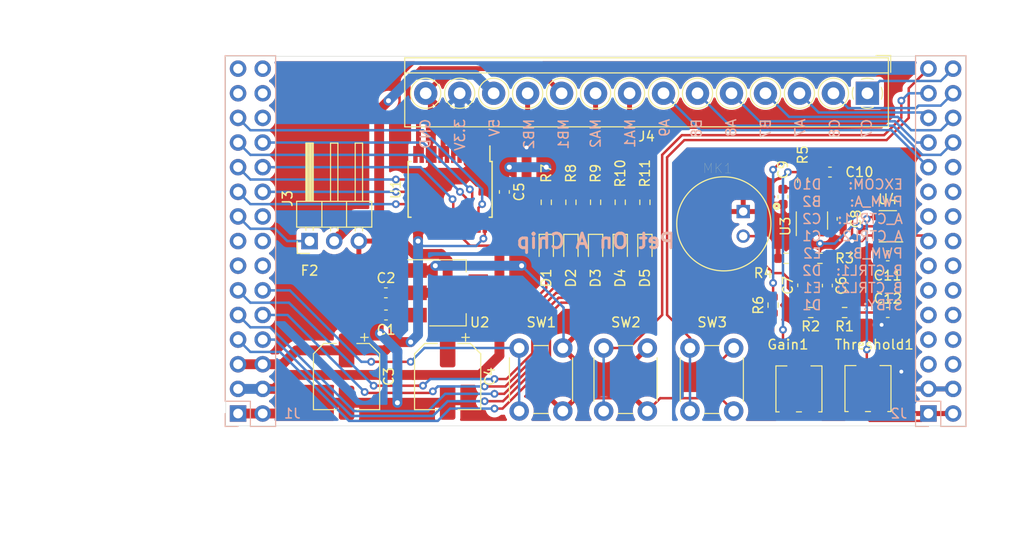
<source format=kicad_pcb>
(kicad_pcb (version 20211014) (generator pcbnew)
  (layers (0 "F.Cu" signal) (31 "B.Cu" signal) (34 "B.Paste" user) (35 "F.Paste" user) (36 "B.SilkS" user "B.Silkscreen") (37 "F.SilkS" user "F.Silkscreen") (38 "B.Mask" user) (39 "F.Mask" user) (44 "Edge.Cuts" user))
  (net 0 "")
  (net 11 "+BATT")
  (net 12 "+3V3")
  (net 13 "GND")
  (net 28 "PWM_A")
  (net 29 "A_CTRL2")
  (net 30 "A_CTRL1")
  (net 31 "STBY")
  (net 32 "B_CTRL1")
  (net 33 "B_CTRL2")
  (net 34 "PWM_B")
  (net 35 "Net-(C6-Pad2)")
  (net 36 "Net-(C7-Pad2)")
  (net 37 "Net-(C7-Pad1)")
  (net 38 "Net-(C9-Pad2)")
  (net 39 "Net-(C10-Pad2)")
  (net 40 "Net-(C10-Pad1)")
  (net 41 "+5V")
  (net 42 "MA1")
  (net 43 "MA2")
  (net 44 "MB1")
  (net 45 "MB2")
  (net 47 "Net-(Threshold1-Pad2)")
  (net 48 "Net-(Gain1-Pad1)")
  (net 49 "GNDA")
  (net 50 "+3.3VA")
  (net 51 "SW1")
  (net 52 "RESET")
  (net 53 "CREST")
  (net 54 "EXCOM")
  (net 55 "SERVO")
  (net 58 "Net-(D1-Pad1)")
  (net 59 "Net-(D2-Pad1)")
  (net 60 "Net-(D3-Pad1)")
  (net 61 "Net-(D4-Pad1)")
  (net 62 "Net-(D5-Pad1)")
  (net 63 "D1")
  (net 64 "D2")
  (net 65 "D3")
  (net 66 "D4")
  (net 67 "D5")
  (net 68 "1")
  (net 69 "2")
  (net 70 "3")
  (net 71 "7")
  (net 72 "6")
  (net 73 "5")
  (net 74 "4")
  (footprint "Connector_PinHeader_2.54mm:PinHeader_1x03_P2.54mm_Horizontal" (layer "F.Cu") (at 97.536 132.08 90)
    (fp_text reference "J3")
    (fp_text value "Conn_01x03_Male")
  )
  (footprint "Capacitor_SMD:C_0603_1608Metric" (layer "F.Cu") (at 105.41 139.7 180)
    (fp_text reference "C1")
    (fp_text value "0.1uF")
  )
  (footprint "Capacitor_SMD:C_0603_1608Metric" (layer "F.Cu") (at 105.397 137.414 180)
    (fp_text reference "C2")
    (fp_text value "4.7uF")
  )
  (footprint "Package_TO_SOT_SMD:SOT-223-3_TabPin2" (layer "F.Cu") (at 111.76 137.414)
    (fp_text reference "U2")
    (fp_text value "LDL1117S50R")
  )
  (footprint "LED_SMD:LED_0603_1608Metric" (layer "F.Cu") (at 129.54 132.8675 -90)
    (fp_text reference "D4")
    (fp_text value "LED")
  )
  (footprint "Resistor_SMD:R_0603_1608Metric" (layer "F.Cu") (at 149.161 139.446 180)
    (fp_text reference "R2")
    (fp_text value "2k")
  )
  (footprint "Resistor_SMD:R_0603_1608Metric" (layer "F.Cu") (at 150.114 133.858 180)
    (fp_text reference "R3")
    (fp_text value "1M")
  )
  (footprint "Resistor_SMD:R_0603_1608Metric" (layer "F.Cu") (at 146.621 133.858 180)
    (fp_text reference "R4")
    (fp_text value "1M")
  )
  (footprint "Package_TO_SOT_SMD:SOT-23-5" (layer "F.Cu") (at 149.286 129.964 90)
    (fp_text reference "U3")
    (fp_text value "MAX4466")
  )
  (footprint "Capacitor_SMD:C_0603_1608Metric" (layer "F.Cu") (at 152.4 129.794 -90)
    (fp_text reference "C8")
    (fp_text value "0.1uF")
  )
  (footprint "Capacitor_SMD:C_0603_1608Metric" (layer "F.Cu") (at 146.304 127.508 90)
    (fp_text reference "C9")
    (fp_text value "10uF")
  )
  (footprint "Capacitor_SMD:C_0603_1608Metric" (layer "F.Cu") (at 151.143 124.968 180)
    (fp_text reference "C10")
    (fp_text value "100pF")
  )
  (footprint "Resistor_SMD:R_0603_1608Metric" (layer "F.Cu") (at 148.336 125.793 90)
    (fp_text reference "R5")
    (fp_text value "1k")
  )
  (footprint "Capacitor_SMD:C_0603_1608Metric" (layer "F.Cu") (at 150.876 136.665 -90)
    (fp_text reference "C6")
    (fp_text value "0.1uF")
  )
  (footprint "Capacitor_SMD:C_0603_1608Metric" (layer "F.Cu") (at 148.336 136.639 -90)
    (fp_text reference "C7")
    (fp_text value "0.01uF")
  )
  (footprint "Resistor_SMD:R_0603_1608Metric" (layer "F.Cu") (at 152.654 139.446 180)
    (fp_text reference "R1")
    (fp_text value "2k")
  )
  (footprint "Package_TO_SOT_SMD:SOT-23-5" (layer "F.Cu") (at 157.099 130.556 180)
    (fp_text reference "U4")
    (fp_text value "LMV7219M5")
  )
  (footprint "Capacitor_SMD:C_0603_1608Metric" (layer "F.Cu") (at 157.099 133.604)
    (fp_text reference "C11")
    (fp_text value "0.1uF")
  )
  (footprint "Resistor_SMD:R_0603_1608Metric" (layer "F.Cu") (at 124.46 128.08 90)
    (fp_text reference "R8")
    (fp_text value "10k")
  )
  (footprint "Capacitor_SMD:CP_Elec_6.3x7.7" (layer "F.Cu") (at 101.346 146.05 -90)
    (fp_text reference "C3")
    (fp_text value "470uF")
  )
  (footprint "Package_SO:SSOP-24_5.3x8.2mm_P0.65mm" (layer "F.Cu") (at 112.014 126.746 -90)
    (fp_text reference "U1")
    (fp_text value "TB6612FNG")
  )
  (footprint "Button_Switch_THT:SW_PUSH_6mm" (layer "F.Cu") (at 127.834 149.606 90)
    (fp_text reference "SW2")
    (fp_text value "SW_Push")
  )
  (footprint "Capacitor_SMD:CP_Elec_6.3x7.7" (layer "F.Cu") (at 111.76 146.05 -90)
    (fp_text reference "C4")
    (fp_text value "470uF")
  )
  (footprint "Capacitor_SMD:C_0603_1608Metric" (layer "F.Cu") (at 117.602 127.013 90)
    (fp_text reference "C5")
    (fp_text value "0.1uF")
  )
  (footprint "Button_Switch_THT:SW_PUSH_6mm" (layer "F.Cu") (at 136.724 149.606 90)
    (fp_text reference "SW3")
    (fp_text value "SW_Push")
  )
  (footprint "Button_Switch_THT:SW_PUSH_6mm" (layer "F.Cu") (at 119.126 149.606 90)
    (fp_text reference "SW1")
    (fp_text value "SW_Push")
  )
  (footprint "TerminalBlock_4Ucon:TerminalBlock_4Ucon_1x14_P3.50mm_Horizontal" (layer "F.Cu") (at 155 116.84 180)
    (fp_text reference "J4")
    (fp_text value "Screw_Terminal_01x14")
  )
  (footprint "daughter:MIC_CMA-4544PF-W" (layer "F.Cu") (at 140.208 130.302)
    (fp_text reference "MK1")
    (fp_text value "Microphone")
  )
  (footprint "Potentiometer_SMD:Potentiometer_Bourns_3314J_Vertical" (layer "F.Cu") (at 155.06 147.288 180)
    (fp_text reference "Threshold1")
    (fp_text value "100k")
  )
  (footprint "Potentiometer_SMD:Potentiometer_Bourns_3314J_Vertical" (layer "F.Cu") (at 147.948 147.32 180)
    (fp_text reference "Gain1")
    (fp_text value "100k")
  )
  (footprint "Resistor_SMD:R_0603_1608Metric" (layer "F.Cu") (at 145.288 138.684 -90)
    (fp_text reference "R6")
    (fp_text value "22k")
  )
  (footprint "Capacitor_SMD:C_0603_1608Metric" (layer "F.Cu") (at 157.099 139.446)
    (fp_text reference "C12")
    (fp_text value "10uF")
  )
  (footprint "Resistor_SMD:R_0603_1608Metric" (layer "F.Cu") (at 121.92 128.08 90)
    (fp_text reference "R7")
    (fp_text value "10k")
  )
  (footprint "LED_SMD:LED_0603_1608Metric" (layer "F.Cu") (at 121.92 132.8675 -90)
    (fp_text reference "D1")
    (fp_text value "LED")
  )
  (footprint "LED_SMD:LED_0603_1608Metric" (layer "F.Cu") (at 127 132.8675 -90)
    (fp_text reference "D3")
    (fp_text value "LED")
  )
  (footprint "LED_SMD:LED_0603_1608Metric" (layer "F.Cu") (at 124.46 132.8675 -90)
    (fp_text reference "D2")
    (fp_text value "LED")
  )
  (footprint "LED_SMD:LED_0603_1608Metric" (layer "F.Cu") (at 132.08 132.8675 -90)
    (fp_text reference "D5")
    (fp_text value "LED")
  )
  (footprint "Resistor_SMD:R_0603_1608Metric" (layer "F.Cu") (at 132.08 128.08 90)
    (fp_text reference "R11")
    (fp_text value "10k")
  )
  (footprint "Resistor_SMD:R_0603_1608Metric" (layer "F.Cu") (at 129.54 128.08 90)
    (fp_text reference "R10")
    (fp_text value "10k")
  )
  (footprint "Resistor_SMD:R_0603_1608Metric" (layer "F.Cu") (at 127 128.08 90)
    (fp_text reference "R9")
    (fp_text value "10k")
  )
  (footprint "Connector_PinHeader_2.54mm:PinHeader_2x15_P2.54mm_Vertical" (layer "B.Cu") (at 161.29 149.86)
    (fp_text reference "J2")
    (fp_text value "Conn_02x15_Odd_Even")
  )
  (footprint "Connector_PinHeader_2.54mm:PinHeader_2x15_P2.54mm_Vertical" (layer "B.Cu") (at 90.17 149.86)
    (fp_text reference "J1")
    (fp_text value "Conn_02x15_Odd_Even")
  )
  (gr_line (start 88.9 151.13) (end 88.9 113.03) (layer "Edge.Cuts") (width 0.05))
  (gr_line (start 88.9 113.03) (end 165.1 113.03) (layer "Edge.Cuts") (width 0.05))
  (gr_line (start 165.1 151.13) (end 88.9 151.13) (layer "Edge.Cuts") (width 0.05))
  (gr_line (start 165.1 113.03) (end 165.1 151.13) (layer "Edge.Cuts") (width 0.05))
  (gr_text "MA1" (at 130.556 119.38 90) (layer "B.SilkS") (effects (font (size 1.016 1.016) (thickness 0.1524)) (justify left mirror)))
  (gr_text "C7" (at 154.94 119.38 90) (layer "B.SilkS") (effects (font (size 1.016 1.016) (thickness 0.1524)) (justify left mirror)))
  (gr_text "A_CTRL1:" (at 158.75 129.794) (layer "B.SilkS") (effects (font (size 1.016 1.016) (thickness 0.1524)) (justify left mirror)))
  (gr_text "A_CTRL2:" (at 158.75 131.572) (layer "B.SilkS") (effects (font (size 1.016 1.016) (thickness 0.1524)) (justify left mirror)))
  (gr_text "B_CTRL2:" (at 158.75 136.906) (layer "B.SilkS") (effects (font (size 1.016 1.016) (thickness 0.1524)) (justify left mirror)))
  (gr_text "PWM_B:" (at 158.75 133.35) (layer "B.SilkS") (effects (font (size 1.016 1.016) (thickness 0.1524)) (justify left mirror)))
  (gr_text "STBY:" (at 158.75 138.684) (layer "B.SilkS") (effects (font (size 1.016 1.016) (thickness 0.1524)) (justify left mirror)))
  (gr_text "D10" (at 150.368 126.238) (layer "B.SilkS") (effects (font (size 1.016 1.016) (thickness 0.1524)) (justify left mirror)))
  (gr_text "D1" (at 150.368 138.684) (layer "B.SilkS") (effects (font (size 1.016 1.016) (thickness 0.1524)) (justify left mirror)))
  (gr_text "B2" (at 150.368 128.016) (layer "B.SilkS") (effects (font (size 1.016 1.016) (thickness 0.1524)) (justify left mirror)))
  (gr_text "MB1" (at 123.698 119.38 90) (layer "B.SilkS") (effects (font (size 1.016 1.016) (thickness 0.1524)) (justify left mirror)))
  (gr_text "3.3V" (at 113.03 119.38 90) (layer "B.SilkS") (effects (font (size 1.016 1.016) (thickness 0.1524)) (justify left mirror)))
  (gr_text "A8" (at 140.97 119.38 90) (layer "B.SilkS") (effects (font (size 1.016 1.016) (thickness 0.1524)) (justify left mirror)))
  (gr_text "EXCOM:" (at 158.75 126.238) (layer "B.SilkS") (effects (font (size 1.016 1.016) (thickness 0.1524)) (justify left mirror)))
  (gr_text "PWM_A:" (at 158.75 128.016) (layer "B.SilkS") (effects (font (size 1.016 1.016) (thickness 0.1524)) (justify left mirror)))
  (gr_text "D2" (at 150.368 135.128) (layer "B.SilkS") (effects (font (size 1.016 1.016) (thickness 0.1524)) (justify left mirror)))
  (gr_text "A7" (at 148.082 119.38 90) (layer "B.SilkS") (effects (font (size 1.016 1.016) (thickness 0.1524)) (justify left mirror)))
  (gr_text "MA2" (at 127 119.38 90) (layer "B.SilkS") (effects (font (size 1.016 1.016) (thickness 0.1524)) (justify left mirror)))
  (gr_text "C1" (at 150.368 131.572) (layer "B.SilkS") (effects (font (size 1.016 1.016) (thickness 0.1524)) (justify left mirror)))
  (gr_text "C8" (at 151.638 119.38 90) (layer "B.SilkS") (effects (font (size 1.016 1.016) (thickness 0.1524)) (justify left mirror)))
  (gr_text "MB2" (at 120.142 119.38 90) (layer "B.SilkS") (effects (font (size 1.016 1.016) (thickness 0.1524)) (justify left mirror)))
  (gr_text "B7" (at 144.526 119.38 90) (layer "B.SilkS") (effects (font (size 1.016 1.016) (thickness 0.1524)) (justify left mirror)))
  (gr_text "B_CTRL1:" (at 158.75 135.128) (layer "B.SilkS") (effects (font (size 1.016 1.016) (thickness 0.1524)) (justify left mirror)))
  (gr_text "E2" (at 150.368 133.35) (layer "B.SilkS") (effects (font (size 1.016 1.016) (thickness 0.1524)) (justify left mirror)))
  (gr_text "GND" (at 109.474 119.38 90) (layer "B.SilkS") (effects (font (size 1.016 1.016) (thickness 0.1524)) (justify left mirror)))
  (gr_text "B8" (at 137.414 119.38 90) (layer "B.SilkS") (effects (font (size 1.016 1.016) (thickness 0.1524)) (justify left mirror)))
  (gr_text "A9" (at 134.112 119.38 90) (layer "B.SilkS") (effects (font (size 1.016 1.016) (thickness 0.1524)) (justify left mirror)))
  (gr_text "Pet On A Chip" (at 127 132.08) (layer "B.SilkS") (effects (font (size 1.5 1.5) (thickness 0.3)) (justify mirror)))
  (gr_text "E1" (at 150.368 136.906) (layer "B.SilkS") (effects (font (size 1.016 1.016) (thickness 0.1524)) (justify left mirror)))
  (gr_text "5V" (at 116.586 119.38 90) (layer "B.SilkS") (effects (font (size 1.016 1.016) (thickness 0.1524)) (justify left mirror)))
  (gr_text "C2" (at 150.368 129.794) (layer "B.SilkS") (effects (font (size 1.016 1.016) (thickness 0.1524)) (justify left mirror)))
  (gr_text "F2" (at 97.536 135.128) (layer "F.SilkS") (effects (font (size 1.016 1.016) (thickness 0.1524))))
  (segment (start 108.439 130.346) (end 108.439 131.299) (width 0.508) (layer "F.Cu") (net 11))
  (segment (start 101.346 143.35) (end 105.316 143.35) (width 1.016) (layer "F.Cu") (net 11))
  (segment (start 108.712 131.572) (end 108.712 130.556) (width 0.762) (layer "F.Cu") (net 11))
  (segment (start 107.95 142.494) (end 106.198 142.494) (width 1.016) (layer "F.Cu") (net 11))
  (segment (start 115.589 131.68) (end 115.443 131.826) (width 0.254) (layer "F.Cu") (net 11))
  (segment (start 108.712 131.572) (end 109.059999 131.224001) (width 0.508) (layer "F.Cu") (net 11))
  (segment (start 105.316 143.35) (end 106.185 142.481) (width 1.016) (layer "F.Cu") (net 11))
  (segment (start 115.589 130.346) (end 115.589 131.68) (width 0.254) (layer "F.Cu") (net 11))
  (segment (start 106.185 142.481) (end 106.185 139.7) (width 1.016) (layer "F.Cu") (net 11))
  (segment (start 108.439 131.299) (end 108.712 131.572) (width 0.508) (layer "F.Cu") (net 11))
  (segment (start 106.198 142.494) (end 106.185 142.481) (width 1.016) (layer "F.Cu") (net 11))
  (segment (start 106.199 139.714) (end 106.185 139.7) (width 1.016) (layer "F.Cu") (net 11))
  (segment (start 108.712 130.556) (end 108.879 130.556) (width 0.762) (layer "F.Cu") (net 11))
  (segment (start 108.61 139.714) (end 106.199 139.714) (width 1.016) (layer "F.Cu") (net 11))
  (segment (start 108.439 130.346) (end 109.059999 130.346) (width 0.508) (layer "F.Cu") (net 11))
  (segment (start 92.71 144.78) (end 94.742 144.78) (width 1.016) (layer "F.Cu") (net 11))
  (segment (start 108.712 131.572) (end 108.712 132.08) (width 1.016) (layer "F.Cu") (net 11))
  (segment (start 94.742 144.78) (end 96.172 143.35) (width 1.016) (layer "F.Cu") (net 11))
  (segment (start 90.17 144.78) (end 92.71 144.78) (width 1.016) (layer "F.Cu") (net 11))
  (segment (start 108.879 130.556) (end 108.932999 130.502001) (width 0.762) (layer "F.Cu") (net 11))
  (segment (start 96.172 143.35) (end 101.346 143.35) (width 1.016) (layer "F.Cu") (net 11))
  (via (at 108.712 132.08) (size 1.016) (drill 0.508) (layers "F.Cu" "B.Cu") (net 11))
  (via (at 107.95 142.494) (size 1.016) (drill 0.508) (layers "F.Cu" "B.Cu") (net 11))
  (via (at 115.443 131.826) (size 0.8) (drill 0.4) (layers "F.Cu" "B.Cu") (net 11))
  (segment (start 108.712 141.732) (end 107.95 142.494) (width 1.016) (layer "B.Cu") (net 11))
  (segment (start 109.22 132.588) (end 114.681 132.588) (width 0.254) (layer "B.Cu") (net 11))
  (segment (start 108.712 132.08) (end 108.712 141.732) (width 1.016) (layer "B.Cu") (net 11))
  (segment (start 108.712 132.08) (end 109.22 132.588) (width 0.254) (layer "B.Cu") (net 11))
  (segment (start 115.443 131.826) (end 114.681 132.588) (width 0.254) (layer "B.Cu") (net 11))
  (segment (start 112.989 131.475) (end 114.067002 132.553002) (width 0.254) (layer "F.Cu") (net 12))
  (segment (start 117.094 128.296) (end 117.602 127.788) (width 1.016) (layer "F.Cu") (net 12))
  (segment (start 95.349063 145.883018) (end 108.229738 145.883018) (width 1.016) (layer "F.Cu") (net 12))
  (segment (start 116.874998 132.553002) (end 117.094 132.334) (width 0.254) (layer "F.Cu") (net 12))
  (segment (start 118.077 127.788) (end 117.602 127.788) (width 1.016) (layer "F.Cu") (net 12))
  (segment (start 117.094 132.334) (end 117.094 128.296) (width 1.016) (layer "F.Cu") (net 12))
  (segment (start 108.230958 145.881798) (end 115.103202 145.881798) (width 1.016) (layer "F.Cu") (net 12))
  (segment (start 119.888 125.984) (end 119.881 125.984) (width 1.016) (layer "F.Cu") (net 12))
  (segment (start 108.229738 145.883018) (end 108.230958 145.881798) (width 1.016) (layer "F.Cu") (net 12))
  (segment (start 92.71 147.32) (end 93.912081 147.32) (width 1.016) (layer "F.Cu") (net 12))
  (segment (start 115.103202 145.881798) (end 117.094 143.891) (width 1.016) (layer "F.Cu") (net 12))
  (segment (start 112.989 130.346) (end 112.989 131.475) (width 0.254) (layer "F.Cu") (net 12))
  (segment (start 117.094 143.891) (end 117.094 132.334) (width 1.016) (layer "F.Cu") (net 12))
  (segment (start 114.067002 132.553002) (end 116.874998 132.553002) (width 0.254) (layer "F.Cu") (net 12))
  (segment (start 93.912081 147.32) (end 95.349063 145.883018) (width 1.016) (layer "F.Cu") (net 12))
  (segment (start 119.881 125.984) (end 118.077 127.788) (width 1.016) (layer "F.Cu") (net 12))
  (segment (start 119.888 125.984) (end 119.888 122.428) (width 1.016) (layer "F.Cu") (net 12))
  (via (at 119.888 122.428) (size 0.8) (drill 0.4) (layers "F.Cu" "B.Cu") (net 12))
  (segment (start 113 116.84) (end 113 118.588) (width 1.016) (layer "B.Cu") (net 12))
  (segment (start 90.17 147.32) (end 92.71 147.32) (width 1.016) (layer "B.Cu") (net 12))
  (segment (start 113 118.588) (end 114.808 120.396) (width 1.016) (layer "B.Cu") (net 12))
  (segment (start 113 116.84) (end 113 117.572) (width 1.016) (layer "B.Cu") (net 12))
  (segment (start 119.888 121.412) (end 119.888 122.428) (width 1.016) (layer "B.Cu") (net 12))
  (segment (start 118.872 120.396) (end 119.888 121.412) (width 1.016) (layer "B.Cu") (net 12))
  (segment (start 114.808 120.396) (end 118.872 120.396) (width 1.016) (layer "B.Cu") (net 12))
  (segment (start 106.586 148.75) (end 111.76 148.75) (width 1.016) (layer "F.Cu") (net 13))
  (segment (start 109.982 122.936) (end 110.192 123.146) (width 0.508) (layer "F.Cu") (net 13))
  (segment (start 114.046 124.46) (end 113.668001 124.082001) (width 0.508) (layer "F.Cu") (net 13))
  (segment (start 131.006999 144.433001) (end 132.334 143.106) (width 0.254) (layer "F.Cu") (net 13))
  (segment (start 117.602 126.238) (end 114.808 126.238) (width 0.508) (layer "F.Cu") (net 13))
  (segment (start 109.982 122.174) (end 109.982 117.322) (width 0.508) (layer "F.Cu") (net 13))
  (segment (start 114.046 124.46) (end 114.046 125.476) (width 0.508) (layer "F.Cu") (net 13))
  (segment (start 109.982 122.903) (end 109.982 122.936) (width 0.508) (layer "F.Cu") (net 13))
  (segment (start 108.61 135.114) (end 109.996 135.114) (width 1.016) (layer "F.Cu") (net 13))
  (segment (start 105.664 135.128) (end 108.596 135.128) (width 1.016) (layer "F.Cu") (net 13))
  (segment (start 109.996 135.114) (end 110.49 134.62) (width 1.016) (layer "F.Cu") (net 13))
  (segment (start 94.996 149.86) (end 96.106 148.75) (width 1.016) (layer "F.Cu") (net 13))
  (segment (start 104.635 141.465) (end 104.775 141.605) (width 1.016) (layer "F.Cu") (net 13))
  (segment (start 114.289 124.217) (end 114.046 124.46) (width 0.508) (layer "F.Cu") (net 13))
  (segment (start 114.046 125.476) (end 113.538 125.984) (width 0.508) (layer "F.Cu") (net 13))
  (segment (start 124.953001 144.433001) (end 123.626 143.106) (width 0.254) (layer "F.Cu") (net 13))
  (segment (start 110.192 123.146) (end 110.359999 123.146) (width 0.508) (layer "F.Cu") (net 13))
  (segment (start 104.635 139.7) (end 104.635 141.465) (width 1.016) (layer "F.Cu") (net 13))
  (segment (start 114.289 123.146) (end 114.289 124.217) (width 0.254) (layer "F.Cu") (net 13))
  (segment (start 123.626 149.606) (end 124.953001 148.278999) (width 0.254) (layer "F.Cu") (net 13))
  (segment (start 109.982 122.174) (end 110.389 122.581) (width 0.254) (layer "F.Cu") (net 13))
  (segment (start 111.689 130.346) (end 111.689 128.707) (width 0.254) (layer "F.Cu") (net 13))
  (segment (start 132.334 149.606) (end 133.661001 148.278999) (width 0.254) (layer "F.Cu") (net 13))
  (segment (start 114.808 126.238) (end 114.046 125.476) (width 0.508) (layer "F.Cu") (net 13))
  (segment (start 139.896999 144.433001) (end 141.224 143.106) (width 0.254) (layer "F.Cu") (net 13))
  (segment (start 131.006999 148.278999) (end 132.334 149.606) (width 0.254) (layer "F.Cu") (net 13))
  (segment (start 109.739 122.417) (end 109.982 122.174) (width 0.254) (layer "F.Cu") (net 13))
  (segment (start 104.622 136.17) (end 105.664 135.128) (width 1.016) (layer "F.Cu") (net 13))
  (segment (start 109.982 122.903) (end 109.768002 123.116998) (width 0.508) (layer "F.Cu") (net 13))
  (segment (start 101.346 148.75) (end 106.586 148.75) (width 1.016) (layer "F.Cu") (net 13))
  (segment (start 109.982 117.322) (end 109.5 116.84) (width 0.508) (layer "F.Cu") (net 13))
  (segment (start 124.953001 148.278999) (end 131.006999 148.278999) (width 0.254) (layer "F.Cu") (net 13))
  (segment (start 129.54 127.255) (end 132.08 127.255) (width 0.254) (layer "F.Cu") (net 13))
  (segment (start 114.046 124.46) (end 114.046 123.389) (width 0.508) (layer "F.Cu") (net 13))
  (segment (start 104.622 137.414) (end 104.622 136.17) (width 1.016) (layer "F.Cu") (net 13))
  (segment (start 131.006999 148.278999) (end 131.006999 144.433001) (width 0.254) (layer "F.Cu") (net 13))
  (segment (start 114.046 123.389) (end 114.259999 123.175001) (width 0.508) (layer "F.Cu") (net 13))
  (segment (start 111.689 128.707) (end 110.998 128.016) (width 0.254) (layer "F.Cu") (net 13))
  (segment (start 114.046 124.46) (end 114.046 123.553) (width 0.508) (layer "F.Cu") (net 13))
  (segment (start 114.046 124.46) (end 113.639 124.053) (width 0.254) (layer "F.Cu") (net 13))
  (segment (start 110.998 125.984) (end 110.49 125.984) (width 0.508) (layer "F.Cu") (net 13))
  (segment (start 124.46 127.255) (end 121.92 127.255) (width 0.254) (layer "F.Cu") (net 13))
  (segment (start 109.982 122.903) (end 109.768001 123.116999) (width 0.508) (layer "F.Cu") (net 13))
  (segment (start 92.71 149.86) (end 94.996 149.86) (width 1.016) (layer "F.Cu") (net 13))
  (segment (start 110.389 122.581) (end 110.389 123.146) (width 0.254) (layer "F.Cu") (net 13))
  (segment (start 108.596 135.128) (end 108.61 135.114) (width 1.016) (layer "F.Cu") (net 13))
  (segment (start 117.602 124.968) (end 118.11 124.46) (width 1.016) (layer "F.Cu") (net 13))
  (segment (start 133.661001 148.278999) (end 139.896999 148.278999) (width 0.254) (layer "F.Cu") (net 13))
  (segment (start 139.896999 148.278999) (end 141.224 149.606) (width 0.254) (layer "F.Cu") (net 13))
  (segment (start 117.602 126.238) (end 117.602 124.968) (width 1.016) (layer "F.Cu") (net 13))
  (segment (start 109.982 125.476) (end 109.982 122.936) (width 0.508) (layer "F.Cu") (net 13))
  (segment (start 124.953001 148.278999) (end 124.953001 144.433001) (width 0.254) (layer "F.Cu") (net 13))
  (segment (start 104.635 139.7) (end 104.635 137.427) (width 1.016) (layer "F.Cu") (net 13))
  (segment (start 109.739 123.146) (end 109.739 122.417) (width 0.254) (layer "F.Cu") (net 13))
  (segment (start 110.998 128.016) (end 110.998 125.984) (width 0.254) (layer "F.Cu") (net 13))
  (segment (start 114.046 123.553) (end 113.668001 123.175001) (width 0.508) (layer "F.Cu") (net 13))
  (segment (start 96.106 148.75) (end 101.346 148.75) (width 1.016) (layer "F.Cu") (net 13))
  (segment (start 127 127.255) (end 129.54 127.255) (width 0.254) (layer "F.Cu") (net 13))
  (segment (start 110.49 125.984) (end 109.982 125.476) (width 0.508) (layer "F.Cu") (net 13))
  (segment (start 104.635 137.427) (end 104.622 137.414) (width 1.016) (layer "F.Cu") (net 13))
  (segment (start 124.46 127.255) (end 127 127.255) (width 0.254) (layer "F.Cu") (net 13))
  (segment (start 113.538 125.984) (end 111.506 125.984) (width 0.508) (layer "F.Cu") (net 13))
  (segment (start 121.92 127.255) (end 121.92 124.46) (width 0.254) (layer "F.Cu") (net 13))
  (segment (start 113.639 124.053) (end 113.639 123.146) (width 0.254) (layer "F.Cu") (net 13))
  (segment (start 109.982 122.174) (end 109.982 122.903) (width 0.508) (layer "F.Cu") (net 13))
  (segment (start 139.896999 148.278999) (end 139.896999 144.433001) (width 0.254) (layer "F.Cu") (net 13))
  (segment (start 111.506 125.984) (end 110.998 125.984) (width 0.508) (layer "F.Cu") (net 13))
  (segment (start 90.17 149.86) (end 92.71 149.86) (width 1.016) (layer "F.Cu") (net 13))
  (via (at 104.775 141.605) (size 1.016) (drill 0.508) (layers "F.Cu" "B.Cu") (net 13))
  (via (at 118.11 124.46) (size 1.016) (drill 0.508) (layers "F.Cu" "B.Cu") (net 13))
  (via (at 106.586 148.75) (size 1.016) (drill 0.508) (layers "F.Cu" "B.Cu") (net 13))
  (via (at 121.92 124.46) (size 1.016) (drill 0.508) (layers "F.Cu" "B.Cu") (net 13))
  (via (at 119.38 134.62) (size 1.016) (drill 0.508) (layers "F.Cu" "B.Cu") (net 13))
  (via (at 110.49 134.62) (size 1.016) (drill 0.508) (layers "F.Cu" "B.Cu") (net 13))
  (segment (start 106.586 143.604) (end 106.586 143.416) (width 1.016) (layer "B.Cu") (net 13))
  (segment (start 119.38 134.62) (end 123.698 138.938) (width 0.254) (layer "B.Cu") (net 13))
  (segment (start 106.586 143.416) (end 104.775 141.605) (width 1.016) (layer "B.Cu") (net 13))
  (segment (start 118.11 124.46) (end 121.92 124.46) (width 1.016) (layer "B.Cu") (net 13))
  (segment (start 123.698 138.938) (end 123.698 143.034) (width 0.254) (layer "B.Cu") (net 13))
  (segment (start 123.698 143.034) (end 123.626 143.106) (width 0.254) (layer "B.Cu") (net 13))
  (segment (start 106.586 148.75) (end 106.586 143.604) (width 1.016) (layer "B.Cu") (net 13))
  (segment (start 110.49 134.62) (end 119.38 134.62) (width 1.016) (layer "B.Cu") (net 13))
  (segment (start 114.939 130.346) (end 114.939 128.647) (width 0.254) (layer "F.Cu") (net 28))
  (segment (start 114.939 128.647) (end 115.316 128.27) (width 0.254) (layer "F.Cu") (net 28))
  (via (at 115.316 128.27) (size 0.8) (drill 0.4) (layers "F.Cu" "B.Cu") (net 28))
  (segment (start 115.316 126.746) (end 109.22 120.65) (width 0.254) (layer "B.Cu") (net 28))
  (segment (start 109.22 120.65) (end 91.44 120.65) (width 0.254) (layer "B.Cu") (net 28))
  (segment (start 115.316 128.27) (end 115.316 126.746) (width 0.254) (layer "B.Cu") (net 28))
  (segment (start 91.44 120.65) (end 90.17 119.38) (width 0.254) (layer "B.Cu") (net 28))
  (segment (start 114.289 126.989) (end 114.046 126.746) (width 0.254) (layer "F.Cu") (net 29))
  (segment (start 114.289 130.346) (end 114.289 126.989) (width 0.254) (layer "F.Cu") (net 29))
  (via (at 114.046 126.746) (size 0.8) (drill 0.4) (layers "F.Cu" "B.Cu") (net 29))
  (segment (start 114.046 126.746) (end 109.22 121.92) (width 0.254) (layer "B.Cu") (net 29))
  (segment (start 109.22 121.92) (end 92.71 121.92) (width 0.254) (layer "B.Cu") (net 29))
  (segment (start 113.639 127.609) (end 113.03 127) (width 0.254) (layer "F.Cu") (net 30))
  (segment (start 113.639 130.346) (end 113.639 127.609) (width 0.254) (layer "F.Cu") (net 30))
  (via (at 113.03 127) (size 0.8) (drill 0.4) (layers "F.Cu" "B.Cu") (net 30))
  (segment (start 113.03 127) (end 109.22 123.19) (width 0.254) (layer "B.Cu") (net 30))
  (segment (start 91.44 123.19) (end 90.17 121.92) (width 0.254) (layer "B.Cu") (net 30))
  (segment (start 109.22 123.19) (end 91.44 123.19) (width 0.254) (layer "B.Cu") (net 30))
  (segment (start 112.339 130.346) (end 112.339 127.833) (width 0.254) (layer "F.Cu") (net 31))
  (segment (start 112.339 127.833) (end 112.268 127.762) (width 0.254) (layer "F.Cu") (net 31))
  (via (at 112.268 127.762) (size 0.8) (drill 0.4) (layers "F.Cu" "B.Cu") (net 31))
  (segment (start 92.71 124.46) (end 108.966 124.46) (width 0.254) (layer "B.Cu") (net 31))
  (segment (start 112.268 127.762) (end 109.22 124.714) (width 0.254) (layer "B.Cu") (net 31))
  (segment (start 109.22 124.714) (end 108.966 124.46) (width 0.254) (layer "B.Cu") (net 31))
  (segment (start 111.039 130.346) (end 111.039 129.073) (width 0.254) (layer "F.Cu") (net 32))
  (segment (start 111.039 129.073) (end 107.696 125.73) (width 0.254) (layer "F.Cu") (net 32))
  (segment (start 107.696 125.73) (end 106.426 125.73) (width 0.254) (layer "F.Cu") (net 32))
  (via (at 106.426 125.73) (size 0.8) (drill 0.4) (layers "F.Cu" "B.Cu") (net 32))
  (segment (start 106.426 125.73) (end 91.44 125.73) (width 0.254) (layer "B.Cu") (net 32))
  (segment (start 91.44 125.73) (end 90.17 124.46) (width 0.254) (layer "B.Cu") (net 32))
  (segment (start 108.172 127) (end 106.426 127) (width 0.254) (layer "F.Cu") (net 33))
  (segment (start 110.389 130.346) (end 110.389 129.217) (width 0.254) (layer "F.Cu") (net 33))
  (segment (start 110.389 129.217) (end 108.172 127) (width 0.254) (layer "F.Cu") (net 33))
  (via (at 106.426 127) (size 0.8) (drill 0.4) (layers "F.Cu" "B.Cu") (net 33))
  (segment (start 106.426 127) (end 92.71 127) (width 0.254) (layer "B.Cu") (net 33))
  (segment (start 109.739 130.346) (end 109.739 129.217) (width 0.254) (layer "F.Cu") (net 34))
  (segment (start 108.792 128.27) (end 106.426 128.27) (width 0.254) (layer "F.Cu") (net 34))
  (segment (start 109.739 129.217) (end 108.792 128.27) (width 0.254) (layer "F.Cu") (net 34))
  (via (at 106.426 128.27) (size 0.8) (drill 0.4) (layers "F.Cu" "B.Cu") (net 34))
  (segment (start 91.44 128.27) (end 90.17 127) (width 0.254) (layer "B.Cu") (net 34))
  (segment (start 106.426 128.27) (end 91.44 128.27) (width 0.254) (layer "B.Cu") (net 34))
  (segment (start 151.829 139.446) (end 151.638 139.446) (width 0.254) (layer "F.Cu") (net 35))
  (segment (start 151.638 139.446) (end 150.876 138.684) (width 0.254) (layer "F.Cu") (net 35))
  (segment (start 149.986 139.446) (end 150.114 139.446) (width 0.254) (layer "F.Cu") (net 35))
  (segment (start 150.114 139.446) (end 150.876 138.684) (width 0.254) (layer "F.Cu") (net 35))
  (segment (start 150.876 137.44) (end 150.876 138.684) (width 0.254) (layer "F.Cu") (net 35))
  (segment (start 148.336 137.414) (end 148.336 139.446) (width 0.254) (layer "F.Cu") (net 36))
  (segment (start 143.764 131.572) (end 144.526 132.334) (width 0.254) (layer "F.Cu") (net 36))
  (segment (start 142.208 131.572) (end 143.764 131.572) (width 0.254) (layer "F.Cu") (net 36))
  (segment (start 147.32 137.414) (end 146.812 136.906) (width 0.254) (layer "F.Cu") (net 36))
  (segment (start 144.526 134.62) (end 145.288 135.382) (width 0.254) (layer "F.Cu") (net 36))
  (segment (start 146.812 135.89) (end 146.304 135.382) (width 0.254) (layer "F.Cu") (net 36))
  (segment (start 146.304 135.382) (end 145.288 135.382) (width 0.254) (layer "F.Cu") (net 36))
  (segment (start 148.336 137.414) (end 147.32 137.414) (width 0.254) (layer "F.Cu") (net 36))
  (segment (start 144.526 132.334) (end 144.526 134.62) (width 0.254) (layer "F.Cu") (net 36))
  (segment (start 146.812 136.906) (end 146.812 135.89) (width 0.254) (layer "F.Cu") (net 36))
  (segment (start 148.336 131.064) (end 148.336 133.858) (width 0.254) (layer "F.Cu") (net 37))
  (segment (start 148.336 133.858) (end 148.336 134.62) (width 0.254) (layer "F.Cu") (net 37))
  (segment (start 148.336 134.62) (end 148.336 135.864) (width 0.254) (layer "F.Cu") (net 37))
  (segment (start 148.336 133.858) (end 147.446 133.858) (width 0.254) (layer "F.Cu") (net 37))
  (segment (start 148.336 133.858) (end 149.289 133.858) (width 0.254) (layer "F.Cu") (net 37))
  (segment (start 148.336 126.618) (end 146.419 126.618) (width 0.254) (layer "F.Cu") (net 38))
  (segment (start 146.419 126.618) (end 146.304 126.733) (width 0.254) (layer "F.Cu") (net 38))
  (segment (start 147.683999 129.655601) (end 147.683999 128.072399) (width 0.254) (layer "F.Cu") (net 39))
  (segment (start 147.749399 129.721001) (end 147.683999 129.655601) (width 0.254) (layer "F.Cu") (net 39))
  (segment (start 149.078671 129.721001) (end 147.749399 129.721001) (width 0.254) (layer "F.Cu") (net 39))
  (segment (start 149.564669 130.206999) (end 149.078671 129.721001) (width 0.254) (layer "F.Cu") (net 39))
  (segment (start 150.162999 130.206999) (end 149.564669 130.206999) (width 0.254) (layer "F.Cu") (net 39))
  (segment (start 147.683999 128.072399) (end 147.994398 127.762) (width 0.254) (layer "F.Cu") (net 39))
  (segment (start 150.236 130.28) (end 150.162999 130.206999) (width 0.254) (layer "F.Cu") (net 39))
  (segment (start 149.1488 127.762) (end 150.2156 126.6952) (width 0.254) (layer "F.Cu") (net 39))
  (segment (start 147.994398 127.762) (end 149.1488 127.762) (width 0.254) (layer "F.Cu") (net 39))
  (segment (start 150.368 124.968) (end 148.336 124.968) (width 0.254) (layer "F.Cu") (net 39))
  (segment (start 150.236 131.064) (end 150.236 130.28) (width 0.254) (layer "F.Cu") (net 39))
  (segment (start 150.368 124.968) (end 150.368 126.5428) (width 0.254) (layer "F.Cu") (net 39))
  (segment (start 150.368 126.5428) (end 150.2156 126.6952) (width 0.254) (layer "F.Cu") (net 39))
  (segment (start 147.948 145.32) (end 147.948 144.392) (width 0.254) (layer "F.Cu") (net 39))
  (segment (start 146.304 142.748) (end 146.304 141.224) (width 0.254) (layer "F.Cu") (net 39))
  (segment (start 146.812 124.968) (end 148.336 124.968) (width 0.254) (layer "F.Cu") (net 39))
  (segment (start 147.948 144.392) (end 146.304 142.748) (width 0.254) (layer "F.Cu") (net 39))
  (via (at 146.812 124.968) (size 0.8) (drill 0.4) (layers "F.Cu" "B.Cu") (net 39))
  (via (at 146.304 141.224) (size 0.8) (drill 0.4) (layers "F.Cu" "B.Cu") (net 39))
  (segment (start 146.304 125.476) (end 146.812 124.968) (width 0.254) (layer "B.Cu") (net 39))
  (segment (start 146.304 141.224) (end 146.304 125.476) (width 0.254) (layer "B.Cu") (net 39))
  (segment (start 151.8656 127.2344) (end 150.236 128.864) (width 0.254) (layer "F.Cu") (net 40))
  (segment (start 146.304 123.698) (end 145.288 124.714) (width 0.254) (layer "F.Cu") (net 40))
  (segment (start 156.337 128.524) (end 153.162 128.524) (width 0.254) (layer "F.Cu") (net 40))
  (segment (start 151.8724 127.2344) (end 151.8656 127.2344) (width 0.254) (layer "F.Cu") (net 40))
  (segment (start 153.162 128.524) (end 151.8724 127.2344) (width 0.254) (layer "F.Cu") (net 40))
  (segment (start 158.199 129.606) (end 157.419 129.606) (width 0.254) (layer "F.Cu") (net 40))
  (segment (start 157.419 129.606) (end 156.337 128.524) (width 0.254) (layer "F.Cu") (net 40))
  (segment (start 151.8724 125.0136) (end 151.918 124.968) (width 0.254) (layer "F.Cu") (net 40))
  (segment (start 145.288 136.398) (end 145.288 137.859) (width 0.254) (layer "F.Cu") (net 40))
  (segment (start 151.918 124.968) (end 150.648 123.698) (width 0.254) (layer "F.Cu") (net 40))
  (segment (start 150.648 123.698) (end 146.304 123.698) (width 0.254) (layer "F.Cu") (net 40))
  (segment (start 151.8724 127.2344) (end 151.8724 125.0136) (width 0.254) (layer "F.Cu") (net 40))
  (via (at 145.288 136.398) (size 0.8) (drill 0.4) (layers "F.Cu" "B.Cu") (net 40))
  (via (at 145.288 124.714) (size 0.8) (drill 0.4) (layers "F.Cu" "B.Cu") (net 40))
  (segment (start 145.288 124.714) (end 145.288 136.398) (width 0.254) (layer "B.Cu") (net 40))
  (segment (start 100.076 132.08) (end 102.362 129.794) (width 1.016) (layer "F.Cu") (net 41))
  (segment (start 111.073682 133.403998) (end 111.76 134.090316) (width 1.016) (layer "F.Cu") (net 41))
  (segment (start 104.706301 129.794) (end 108.316299 133.403998) (width 1.016) (layer "F.Cu") (net 41))
  (segment (start 102.362 129.794) (end 104.706301 129.794) (width 1.016) (layer "F.Cu") (net 41))
  (segment (start 108.316299 133.403998) (end 111.073682 133.403998) (width 1.016) (layer "F.Cu") (net 41))
  (segment (start 108.61 137.414) (end 106.172 137.414) (width 1.016) (layer "F.Cu") (net 41))
  (segment (start 114.91 137.414) (end 111.76 137.414) (width 1.016) (layer "F.Cu") (net 41))
  (segment (start 104.706301 129.794) (end 104.706301 118.559699) (width 1.016) (layer "F.Cu") (net 41))
  (segment (start 111.76 134.090316) (end 111.76 137.414) (width 1.016) (layer "F.Cu") (net 41))
  (segment (start 104.706301 118.559699) (end 105.664 117.602) (width 1.016) (layer "F.Cu") (net 41))
  (segment (start 111.76 137.414) (end 108.61 137.414) (width 1.016) (layer "F.Cu") (net 41))
  (segment (start 111.76 143.35) (end 111.76 137.414) (width 1.016) (layer "F.Cu") (net 41))
  (via (at 105.664 117.602) (size 1.016) (drill 0.508) (layers "F.Cu" "B.Cu") (net 41))
  (segment (start 105.664 117.602) (end 108.334001 114.931999) (width 1.016) (layer "B.Cu") (net 41))
  (segment (start 108.334001 114.931999) (end 114.591999 114.931999) (width 1.016) (layer "B.Cu") (net 41))
  (segment (start 114.591999 114.931999) (end 116.5 116.84) (width 1.016) (layer "B.Cu") (net 41))
  (segment (start 130.5 120.198) (end 130.5 116.84) (width 0.508) (layer "F.Cu") (net 42))
  (segment (start 115.824 120.904) (end 129.794 120.904) (width 0.508) (layer "F.Cu") (net 42))
  (segment (start 115.316 121.666) (end 115.316 121.412) (width 0.508) (layer "F.Cu") (net 42))
  (segment (start 115.316 121.666) (end 115.316 122.873) (width 0.508) (layer "F.Cu") (net 42))
  (segment (start 115.316 122.769) (end 114.939 123.146) (width 0.254) (layer "F.Cu") (net 42))
  (segment (start 115.316 122.769) (end 114.968008 123.116992) (width 0.508) (layer "F.Cu") (net 42))
  (segment (start 115.316 121.412) (end 115.316 122.873) (width 0.254) (layer "F.Cu") (net 42))
  (segment (start 115.316 121.412) (end 115.824 120.904) (width 0.508) (layer "F.Cu") (net 42))
  (segment (start 115.316 122.873) (end 115.589 123.146) (width 0.508) (layer "F.Cu") (net 42))
  (segment (start 115.316 121.666) (end 115.316 122.769) (width 0.254) (layer "F.Cu") (net 42))
  (segment (start 129.794 120.904) (end 130.5 120.198) (width 0.508) (layer "F.Cu") (net 42))
  (segment (start 112.732 121.71) (end 112.732 121.202) (width 0.508) (layer "F.Cu") (net 43))
  (segment (start 112.732 122.889) (end 112.959992 123.116992) (width 0.508) (layer "F.Cu") (net 43))
  (segment (start 112.566 123.146) (end 112.339 123.146) (width 0.254) (layer "F.Cu") (net 43))
  (segment (start 112.732 121.202) (end 113.792 120.142) (width 0.508) (layer "F.Cu") (net 43))
  (segment (start 113.792 120.142) (end 126.238 120.142) (width 0.508) (layer "F.Cu") (net 43))
  (segment (start 112.732 121.71) (end 112.732 122.753) (width 0.508) (layer "F.Cu") (net 43))
  (segment (start 112.732 122.753) (end 112.368008 123.116992) (width 0.508) (layer "F.Cu") (net 43))
  (segment (start 112.732 121.71) (end 112.732 122.889) (width 0.508) (layer "F.Cu") (net 43))
  (segment (start 126.238 120.142) (end 127 119.38) (width 0.508) (layer "F.Cu") (net 43))
  (segment (start 112.989 123.146) (end 112.732 123.146) (width 0.254) (layer "F.Cu") (net 43))
  (segment (start 127 119.38) (end 127 116.84) (width 0.508) (layer "F.Cu") (net 43))
  (segment (start 112.732 123.146) (end 112.732 121.71) (width 0.254) (layer "F.Cu") (net 43))
  (segment (start 112.732 123.146) (end 112.566 123.146) (width 0.254) (layer "F.Cu") (net 43))
  (segment (start 107.696 118.11) (end 107.696 115.57) (width 0.508) (layer "F.Cu") (net 44))
  (segment (start 109.089 123.146) (end 109.059992 123.146) (width 0.254) (layer "F.Cu") (net 44))
  (segment (start 109.089 123.146) (end 108.756 123.146) (width 0.254) (layer "F.Cu") (net 44))
  (segment (start 108.756 119.126) (end 107.696 118.11) (width 0.508) (layer "F.Cu") (net 44))
  (segment (start 108.966 114.3) (end 120.96 114.3) (width 0.508) (layer "F.Cu") (net 44))
  (segment (start 108.756 123.146) (end 108.756 119.126) (width 0.508) (layer "F.Cu") (net 44))
  (segment (start 120.96 114.3) (end 123.5 116.84) (width 0.508) (layer "F.Cu") (net 44))
  (segment (start 107.696 115.57) (end 108.966 114.3) (width 0.508) (layer "F.Cu") (net 44))
  (segment (start 108.439 123.146) (end 108.756 123.146) (width 0.508) (layer "F.Cu") (net 44))
  (segment (start 108.756 123.146) (end 109.059992 123.146) (width 0.508) (layer "F.Cu") (net 44))
  (segment (start 111.039 123.146) (end 111.296 123.146) (width 0.254) (layer "F.Cu") (net 45))
  (segment (start 119.38 119.38) (end 113.284 119.38) (width 0.508) (layer "F.Cu") (net 45))
  (segment (start 120 118.76) (end 119.38 119.38) (width 0.508) (layer "F.Cu") (net 45))
  (segment (start 111.689 123.146) (end 111.296 123.146) (width 0.254) (layer "F.Cu") (net 45))
  (segment (start 111.296 123.146) (end 111.068009 123.146) (width 0.508) (layer "F.Cu") (net 45))
  (segment (start 111.296 123.146) (end 111.296 122.753) (width 0.508) (layer "F.Cu") (net 45))
  (segment (start 120 116.84) (end 120 118.76) (width 0.508) (layer "F.Cu") (net 45))
  (segment (start 111.296 122.753) (end 111.659999 123.116999) (width 0.508) (layer "F.Cu") (net 45))
  (segment (start 111.296 121.368) (end 111.296 123.146) (width 0.508) (layer "F.Cu") (net 45))
  (segment (start 113.284 119.38) (end 111.296 121.368) (width 0.508) (layer "F.Cu") (net 45))
  (segment (start 154.94 143.256) (end 154.94 145.168) (width 0.254) (layer "F.Cu") (net 47))
  (segment (start 154.94 145.168) (end 155.06 145.288) (width 0.254) (layer "F.Cu") (net 47))
  (segment (start 155.999 129.606) (end 155.128 129.606) (width 0.254) (layer "F.Cu") (net 47))
  (segment (start 155.128 129.606) (end 154.94 129.794) (width 0.254) (layer "F.Cu") (net 47))
  (via (at 154.94 129.794) (size 0.8) (drill 0.4) (layers "F.Cu" "B.Cu") (net 47))
  (via (at 154.94 143.256) (size 0.8) (drill 0.4) (layers "F.Cu" "B.Cu") (net 47))
  (segment (start 154.94 129.794) (end 154.94 143.256) (width 0.254) (layer "B.Cu") (net 47))
  (segment (start 145.288 147.81) (end 145.288 139.509) (width 0.254) (layer "F.Cu") (net 48))
  (segment (start 146.798 149.32) (end 145.288 147.81) (width 0.254) (layer "F.Cu") (net 48))
  (segment (start 158.199 130.556) (end 157.099 130.556) (width 0.254) (layer "F.Cu") (net 49))
  (segment (start 156.718 130.556) (end 154.178 130.556) (width 0.254) (layer "F.Cu") (net 49))
  (segment (start 157.874 133.604) (end 157.874 133.109) (width 0.254) (layer "F.Cu") (net 49))
  (segment (start 157.874 133.109) (end 157.099 132.334) (width 0.254) (layer "F.Cu") (net 49))
  (segment (start 157.099 132.334) (end 157.099 130.556) (width 0.254) (layer "F.Cu") (net 49))
  (segment (start 145.796 133.858) (end 145.796 132.004328) (width 0.254) (layer "F.Cu") (net 49))
  (segment (start 145.796 132.004328) (end 147.593329 130.206999) (width 0.254) (layer "F.Cu") (net 49))
  (segment (start 148.868899 130.206999) (end 147.593329 130.206999) (width 0.254) (layer "F.Cu") (net 49))
  (segment (start 147.593329 130.206999) (end 146.304 128.91767) (width 0.254) (layer "F.Cu") (net 49))
  (segment (start 146.304 128.91767) (end 146.304 128.283) (width 0.254) (layer "F.Cu") (net 49))
  (segment (start 149.286 131.064) (end 149.286 130.6241) (width 0.254) (layer "F.Cu") (net 49))
  (segment (start 149.286 130.6241) (end 148.868899 130.206999) (width 0.254) (layer "F.Cu") (net 49))
  (segment (start 150.114 132.334) (end 150.114 134.253306) (width 0.254) (layer "F.Cu") (net 49))
  (segment (start 150.114 134.253306) (end 150.876 135.015306) (width 0.254) (layer "F.Cu") (net 49))
  (segment (start 150.876 135.015306) (end 150.876 135.89) (width 0.254) (layer "F.Cu") (net 49))
  (segment (start 151.638 132.334) (end 150.114 132.334) (width 0.254) (layer "F.Cu") (net 49))
  (segment (start 150.114 132.334) (end 149.606 132.334) (width 0.254) (layer "F.Cu") (net 49))
  (segment (start 149.606 132.334) (end 149.286 132.014) (width 0.254) (layer "F.Cu") (net 49))
  (segment (start 149.286 132.014) (end 149.286 131.064) (width 0.254) (layer "F.Cu") (net 49))
  (segment (start 152.4 131.572) (end 151.638 132.334) (width 0.254) (layer "F.Cu") (net 49))
  (segment (start 152.4 130.569) (end 152.4 131.572) (width 0.254) (layer "F.Cu") (net 49))
  (segment (start 142.208 129.032) (end 143.764 129.032) (width 0.254) (layer "F.Cu") (net 49))
  (segment (start 155.237001 150.615001) (end 153.91 149.288) (width 0.254) (layer "F.Cu") (net 49))
  (segment (start 156.972 141.478) (end 157.874 140.576) (width 0.254) (layer "F.Cu") (net 49))
  (segment (start 142.208 129.032) (end 142.823672 129.032) (width 0.254) (layer "F.Cu") (net 49))
  (segment (start 161.29 149.86) (end 160.534999 150.615001) (width 0.254) (layer "F.Cu") (net 49))
  (segment (start 153.732999 149.110999) (end 153.732999 142.431001) (width 0.254) (layer "F.Cu") (net 49))
  (segment (start 153.91 149.288) (end 153.732999 149.110999) (width 0.254) (layer "F.Cu") (net 49))
  (segment (start 154.686 141.478) (end 156.972 141.478) (width 0.254) (layer "F.Cu") (net 49))
  (segment (start 153.732999 142.431001) (end 154.686 141.478) (width 0.254) (layer "F.Cu") (net 49))
  (segment (start 143.764 129.032) (end 144.513 128.283) (width 0.254) (layer "F.Cu") (net 49))
  (segment (start 160.534999 150.615001) (end 155.237001 150.615001) (width 0.254) (layer "F.Cu") (net 49))
  (segment (start 156.718 130.556) (end 157.099 130.556) (width 0.254) (layer "F.Cu") (net 49))
  (segment (start 157.874 140.576) (end 157.874 139.446) (width 0.254) (layer "F.Cu") (net 49))
  (segment (start 157.874 139.446) (end 157.874 133.604) (width 0.254) (layer "F.Cu") (net 49))
  (segment (start 144.513 128.283) (end 146.304 128.283) (width 0.254) (layer "F.Cu") (net 49))
  (segment (start 163.83 149.86) (end 161.29 149.86) (width 0.508) (layer "F.Cu") (net 49))
  (via (at 150.114 132.334) (size 0.8) (drill 0.4) (layers "F.Cu" "B.Cu") (net 49))
  (via (at 154.178 130.556) (size 0.8) (drill 0.4) (layers "F.Cu" "B.Cu") (net 49))
  (segment (start 154.178 130.556) (end 153.416 130.556) (width 0.254) (layer "B.Cu") (net 49))
  (segment (start 151.638 132.334) (end 150.114 132.334) (width 0.254) (layer "B.Cu") (net 49))
  (segment (start 153.416 130.556) (end 151.638 132.334) (width 0.254) (layer "B.Cu") (net 49))
  (segment (start 155.006 131.506) (end 154.432 132.08) (width 0.254) (layer "F.Cu") (net 50))
  (segment (start 154.432 132.08) (end 153.416 132.08) (width 0.254) (layer "F.Cu") (net 50))
  (segment (start 155.999 131.506) (end 155.387 131.506) (width 0.254) (layer "F.Cu") (net 50))
  (segment (start 156.324 133.604) (end 156.324 131.831) (width 0.254) (layer "F.Cu") (net 50))
  (segment (start 156.324 131.831) (end 155.999 131.506) (width 0.254) (layer "F.Cu") (net 50))
  (segment (start 149.803988 129.752988) (end 148.915 128.864) (width 0.254) (layer "F.Cu") (net 50))
  (segment (start 152.4 129.019) (end 151.666012 129.752988) (width 0.254) (layer "F.Cu") (net 50))
  (segment (start 151.666012 129.752988) (end 149.803988 129.752988) (width 0.254) (layer "F.Cu") (net 50))
  (segment (start 148.915 128.864) (end 148.336 128.864) (width 0.254) (layer "F.Cu") (net 50))
  (segment (start 153.479 135.699) (end 153.479 139.446) (width 0.254) (layer "F.Cu") (net 50))
  (segment (start 151.638 133.858) (end 153.479 135.699) (width 0.254) (layer "F.Cu") (net 50))
  (segment (start 153.416 129.54) (end 152.895 129.019) (width 0.254) (layer "F.Cu") (net 50))
  (segment (start 152.895 129.019) (end 152.4 129.019) (width 0.254) (layer "F.Cu") (net 50))
  (segment (start 153.416 132.08) (end 153.416 129.54) (width 0.254) (layer "F.Cu") (net 50))
  (segment (start 151.638 133.858) (end 153.416 132.08) (width 0.254) (layer "F.Cu") (net 50))
  (segment (start 150.939 133.858) (end 151.638 133.858) (width 0.254) (layer "F.Cu") (net 50))
  (segment (start 155.006 131.506) (end 155.387 131.506) (width 0.254) (layer "F.Cu") (net 50))
  (segment (start 159.512 147.32) (end 157.544 149.288) (width 0.508) (layer "F.Cu") (net 50))
  (segment (start 156.324 139.446) (end 156.324 140.576) (width 0.254) (layer "F.Cu") (net 50))
  (segment (start 158.496 145.542) (end 158.496 146.304) (width 0.254) (layer "F.Cu") (net 50))
  (segment (start 163.83 147.32) (end 161.29 147.32) (width 0.508) (layer "F.Cu") (net 50))
  (segment (start 157.544 149.288) (end 156.21 149.288) (width 0.508) (layer "F.Cu") (net 50))
  (segment (start 161.29 147.32) (end 159.512 147.32) (width 0.508) (layer "F.Cu") (net 50))
  (segment (start 158.496 146.304) (end 159.512 147.32) (width 0.254) (layer "F.Cu") (net 50))
  (segment (start 156.324 140.576) (end 156.464 140.716) (width 0.254) (layer "F.Cu") (net 50))
  (segment (start 153.479 139.446) (end 156.324 139.446) (width 0.254) (layer "F.Cu") (net 50))
  (via (at 158.496 145.542) (size 0.8) (drill 0.4) (layers "F.Cu" "B.Cu") (net 50))
  (via (at 153.416 132.08) (size 0.8) (drill 0.4) (layers "F.Cu" "B.Cu") (net 50))
  (via (at 156.464 140.716) (size 0.8) (drill 0.4) (layers "F.Cu" "B.Cu") (net 50))
  (segment (start 156.464 140.716) (end 158.496 142.748) (width 0.254) (layer "B.Cu") (net 50))
  (segment (start 158.496 142.748) (end 158.496 145.542) (width 0.254) (layer "B.Cu") (net 50))
  (segment (start 107.95 144.526) (end 103.886 144.526) (width 0.254) (layer "F.Cu") (net 51))
  (via (at 103.886 144.526) (size 0.8) (drill 0.4) (layers "F.Cu" "B.Cu") (net 51))
  (via (at 107.95 144.526) (size 0.8) (drill 0.4) (layers "F.Cu" "B.Cu") (net 51))
  (segment (start 119.126 143.106) (end 119.126 149.606) (width 0.254) (layer "B.Cu") (net 51))
  (segment (start 102.87 144.526) (end 95.504 137.16) (width 0.254) (layer "B.Cu") (net 51))
  (segment (start 119.126 143.106) (end 109.37 143.106) (width 0.254) (layer "B.Cu") (net 51))
  (segment (start 109.37 143.106) (end 107.95 144.526) (width 0.254) (layer "B.Cu") (net 51))
  (segment (start 95.504 137.16) (end 92.71 137.16) (width 0.254) (layer "B.Cu") (net 51))
  (segment (start 103.886 144.526) (end 102.87 144.526) (width 0.254) (layer "B.Cu") (net 51))
  (segment (start 156.718 121.158) (end 158.496 119.38) (width 0.254) (layer "F.Cu") (net 52))
  (segment (start 135.89 121.158) (end 156.718 121.158) (width 0.254) (layer "F.Cu") (net 52))
  (segment (start 133.858 123.19) (end 135.89 121.158) (width 0.254) (layer "F.Cu") (net 52))
  (segment (start 130.452 143.106) (end 133.858 139.7) (width 0.254) (layer "F.Cu") (net 52))
  (segment (start 127.834 143.106) (end 130.452 143.106) (width 0.254) (layer "F.Cu") (net 52))
  (segment (start 158.496 119.38) (end 158.496 117.602) (width 0.254) (layer "F.Cu") (net 52))
  (segment (start 133.858 139.7) (end 133.858 123.19) (width 0.254) (layer "F.Cu") (net 52))
  (via (at 158.496 117.602) (size 0.8) (drill 0.4) (layers "F.Cu" "B.Cu") (net 52))
  (segment (start 127.834 149.606) (end 127.834 143.106) (width 0.254) (layer "B.Cu") (net 52))
  (segment (start 159.258 116.84) (end 158.496 117.602) (width 0.254) (layer "B.Cu") (net 52))
  (segment (start 161.29 116.84) (end 159.258 116.84) (width 0.254) (layer "B.Cu") (net 52))
  (segment (start 136.144 121.666) (end 134.366 123.444) (width 0.254) (layer "F.Cu") (net 53))
  (segment (start 159.258 116.332) (end 159.258 119.38) (width 0.254) (layer "F.Cu") (net 53))
  (segment (start 159.258 119.38) (end 156.972 121.666) (width 0.254) (layer "F.Cu") (net 53))
  (segment (start 161.29 114.3) (end 159.258 116.332) (width 0.254) (layer "F.Cu") (net 53))
  (segment (start 134.366 139.7) (end 136.724 142.058) (width 0.254) (layer "F.Cu") (net 53))
  (segment (start 156.972 121.666) (end 136.144 121.666) (width 0.254) (layer "F.Cu") (net 53))
  (segment (start 136.724 142.058) (end 136.724 143.106) (width 0.254) (layer "F.Cu") (net 53))
  (segment (start 134.366 123.444) (end 134.366 139.7) (width 0.254) (layer "F.Cu") (net 53))
  (segment (start 136.724 149.606) (end 136.724 143.106) (width 0.254) (layer "B.Cu") (net 53))
  (segment (start 158.199 131.506) (end 160.716 131.506) (width 0.254) (layer "F.Cu") (net 54))
  (segment (start 160.716 131.506) (end 161.29 132.08) (width 0.254) (layer "F.Cu") (net 54))
  (segment (start 93.98 130.81) (end 95.25 132.08) (width 0.254) (layer "B.Cu") (net 55))
  (segment (start 91.44 130.81) (end 93.98 130.81) (width 0.254) (layer "B.Cu") (net 55))
  (segment (start 97.536 132.08) (end 95.25 132.08) (width 0.254) (layer "B.Cu") (net 55))
  (segment (start 90.17 129.54) (end 91.44 130.81) (width 0.254) (layer "B.Cu") (net 55))
  (segment (start 121.92 132.08) (end 121.92 128.905) (width 0.254) (layer "F.Cu") (net 58))
  (segment (start 124.46 132.08) (end 124.46 128.905) (width 0.254) (layer "F.Cu") (net 59))
  (segment (start 127 132.08) (end 127 128.905) (width 0.254) (layer "F.Cu") (net 60))
  (segment (start 129.54 132.08) (end 129.54 128.905) (width 0.254) (layer "F.Cu") (net 61))
  (segment (start 132.08 132.08) (end 132.08 128.905) (width 0.254) (layer "F.Cu") (net 62))
  (segment (start 121.92 136.906) (end 121.92 134.62) (width 0.254) (layer "F.Cu") (net 63))
  (segment (start 121.92 134.62) (end 121.92 133.655) (width 0.254) (layer "F.Cu") (net 63))
  (segment (start 120.482957 138.343043) (end 121.92 136.906) (width 0.254) (layer "F.Cu") (net 63))
  (segment (start 108.761581 146.991019) (end 108.727017 146.991019) (width 0.254) (layer "F.Cu") (net 63))
  (segment (start 120.482957 143.648771) (end 120.482957 138.343043) (width 0.254) (layer "F.Cu") (net 63))
  (segment (start 109.22 146.9898) (end 108.761581 146.991019) (width 0.254) (layer "F.Cu") (net 63))
  (segment (start 117.827728 146.304) (end 120.482957 143.648771) (width 0.254) (layer "F.Cu") (net 63))
  (segment (start 116.586 146.304) (end 117.827728 146.304) (width 0.254) (layer "F.Cu") (net 63))
  (segment (start 108.727017 146.991019) (end 104.14 146.991019) (width 0.254) (layer "F.Cu") (net 63))
  (via (at 116.586 146.304) (size 0.8) (drill 0.4) (layers "F.Cu" "B.Cu") (net 63))
  (via (at 109.22 146.9898) (size 0.8) (drill 0.4) (layers "F.Cu" "B.Cu") (net 63))
  (via (at 104.14 146.991019) (size 0.8) (drill 0.4) (layers "F.Cu" "B.Cu") (net 63))
  (segment (start 114.3 146.304) (end 116.586 146.304) (width 0.254) (layer "B.Cu") (net 63))
  (segment (start 109.22 146.9898) (end 109.982 146.304) (width 0.254) (layer "B.Cu") (net 63))
  (segment (start 91.44 138.43) (end 90.17 137.16) (width 0.254) (layer "B.Cu") (net 63))
  (segment (start 109.982 146.304) (end 114.3 146.304) (width 0.254) (layer "B.Cu") (net 63))
  (segment (start 95.410674 138.43) (end 91.44 138.43) (width 0.254) (layer "B.Cu") (net 63))
  (segment (start 104.14 146.991019) (end 95.410674 138.43) (width 0.254) (layer "B.Cu") (net 63))
  (segment (start 120.936967 140.748967) (end 120.936967 138.651033) (width 0.254) (layer "F.Cu") (net 64))
  (segment (start 122.682 136.906) (end 123.952 136.906) (width 0.254) (layer "F.Cu") (net 64))
  (segment (start 115.57 147.066) (end 117.707796 147.066) (width 0.254) (layer "F.Cu") (net 64))
  (segment (start 103.212575 147.64199) (end 103.306842 147.736257) (width 0.254) (layer "F.Cu") (net 64))
  (segment (start 120.936969 143.836827) (end 120.936969 140.748969) (width 0.254) (layer "F.Cu") (net 64))
  (segment (start 124.46 134.62) (end 124.46 133.655) (width 0.254) (layer "F.Cu") (net 64))
  (segment (start 110.073743 147.736257) (end 110.236 147.574) (width 0.254) (layer "F.Cu") (net 64))
  (segment (start 124.46 136.398) (end 124.46 134.62) (width 0.254) (layer "F.Cu") (net 64))
  (segment (start 120.936969 140.748969) (end 120.936967 140.748967) (width 0.254) (layer "F.Cu") (net 64))
  (segment (start 103.306842 147.736257) (end 108.223194 147.736257) (width 0.254) (layer "F.Cu") (net 64))
  (segment (start 123.952 136.906) (end 124.46 136.398) (width 0.254) (layer "F.Cu") (net 64))
  (segment (start 120.936967 138.651033) (end 122.682 136.906) (width 0.254) (layer "F.Cu") (net 64))
  (segment (start 117.707796 147.066) (end 120.936969 143.836827) (width 0.254) (layer "F.Cu") (net 64))
  (segment (start 108.223194 147.736257) (end 110.073743 147.736257) (width 0.254) (layer "F.Cu") (net 64))
  (via (at 110.236 147.574) (size 0.8) (drill 0.4) (layers "F.Cu" "B.Cu") (net 64))
  (via (at 115.57 147.066) (size 0.8) (drill 0.4) (layers "F.Cu" "B.Cu") (net 64))
  (via (at 103.212575 147.64199) (size 0.8) (drill 0.4) (layers "F.Cu" "B.Cu") (net 64))
  (segment (start 95.270585 139.7) (end 103.212575 147.64199) (width 0.254) (layer "B.Cu") (net 64))
  (segment (start 110.236 147.574) (end 110.744 147.066) (width 0.254) (layer "B.Cu") (net 64))
  (segment (start 92.71 139.7) (end 95.270585 139.7) (width 0.254) (layer "B.Cu") (net 64))
  (segment (start 110.744 147.066) (end 114.3 147.066) (width 0.254) (layer "B.Cu") (net 64))
  (segment (start 114.3 147.066) (end 115.57 147.066) (width 0.254) (layer "B.Cu") (net 64))
  (segment (start 121.390979 138.959021) (end 122.936 137.414) (width 0.254) (layer "F.Cu") (net 65))
  (segment (start 127 136.906) (end 127 134.62) (width 0.254) (layer "F.Cu") (net 65))
  (segment (start 116.586 147.828) (end 117.587864 147.828) (width 0.254) (layer "F.Cu") (net 65))
  (segment (start 126.492 137.414) (end 127 136.906) (width 0.254) (layer "F.Cu") (net 65))
  (segment (start 121.390979 140.483021) (end 121.390979 138.959021) (width 0.254) (layer "F.Cu") (net 65))
  (segment (start 117.587864 147.828) (end 121.390977 144.024887) (width 0.254) (layer "F.Cu") (net 65))
  (segment (start 121.390977 144.024887) (end 121.390979 140.483021) (width 0.254) (layer "F.Cu") (net 65))
  (segment (start 127 134.62) (end 127 133.655) (width 0.254) (layer "F.Cu") (net 65))
  (segment (start 122.936 137.414) (end 126.492 137.414) (width 0.254) (layer "F.Cu") (net 65))
  (via (at 116.586 147.828) (size 0.8) (drill 0.4) (layers "F.Cu" "B.Cu") (net 65))
  (segment (start 93.472 140.97) (end 91.44 140.97) (width 0.254) (layer "B.Cu") (net 65))
  (segment (start 91.44 140.97) (end 90.17 139.7) (width 0.254) (layer "B.Cu") (net 65))
  (segment (start 102.108 149.606) (end 93.472 140.97) (width 0.254) (layer "B.Cu") (net 65))
  (segment (start 111.506 147.828) (end 109.728 149.606) (width 0.254) (layer "B.Cu") (net 65))
  (segment (start 116.586 147.828) (end 111.506 147.828) (width 0.254) (layer "B.Cu") (net 65))
  (segment (start 109.728 149.606) (end 102.108 149.606) (width 0.254) (layer "B.Cu") (net 65))
  (segment (start 121.844989 139.267011) (end 123.19 137.922) (width 0.254) (layer "F.Cu") (net 66))
  (segment (start 129.54 137.414) (end 129.54 134.62) (width 0.254) (layer "F.Cu") (net 66))
  (segment (start 123.19 137.922) (end 129.032 137.922) (width 0.254) (layer "F.Cu") (net 66))
  (segment (start 117.467932 148.59) (end 121.844988 144.212944) (width 0.254) (layer "F.Cu") (net 66))
  (segment (start 121.844988 144.212944) (end 121.844989 139.267011) (width 0.254) (layer "F.Cu") (net 66))
  (segment (start 115.57 148.59) (end 117.467932 148.59) (width 0.254) (layer "F.Cu") (net 66))
  (segment (start 129.54 134.62) (end 129.54 133.655) (width 0.254) (layer "F.Cu") (net 66))
  (segment (start 129.032 137.922) (end 129.54 137.414) (width 0.254) (layer "F.Cu") (net 66))
  (via (at 115.57 148.59) (size 0.8) (drill 0.4) (layers "F.Cu" "B.Cu") (net 66))
  (segment (start 114.3 148.59) (end 115.57 148.59) (width 0.254) (layer "B.Cu") (net 66))
  (segment (start 101.854 150.114) (end 108.204 150.114) (width 0.254) (layer "B.Cu") (net 66))
  (segment (start 92.71 142.24) (end 93.98 142.24) (width 0.254) (layer "B.Cu") (net 66))
  (segment (start 108.204 150.114) (end 110.236 150.114) (width 0.254) (layer "B.Cu") (net 66))
  (segment (start 110.236 150.114) (end 111.76 148.59) (width 0.254) (layer "B.Cu") (net 66))
  (segment (start 93.98 142.24) (end 101.854 150.114) (width 0.254) (layer "B.Cu") (net 66))
  (segment (start 111.76 148.59) (end 114.3 148.59) (width 0.254) (layer "B.Cu") (net 66))
  (segment (start 122.298999 144.465235) (end 122.298999 139.575001) (width 0.254) (layer "F.Cu") (net 67))
  (segment (start 122.298999 139.575001) (end 123.444 138.43) (width 0.254) (layer "F.Cu") (net 67))
  (segment (start 132.08 137.279932) (end 132.08 133.655) (width 0.254) (layer "F.Cu") (net 67))
  (segment (start 123.444 138.43) (end 130.929932 138.43) (width 0.254) (layer "F.Cu") (net 67))
  (segment (start 130.929932 138.43) (end 132.08 137.279932) (width 0.254) (layer "F.Cu") (net 67))
  (segment (start 116.586 149.352) (end 117.412234 149.352) (width 0.254) (layer "F.Cu") (net 67))
  (segment (start 117.412234 149.352) (end 122.298999 144.465235) (width 0.254) (layer "F.Cu") (net 67))
  (via (at 116.586 149.352) (size 0.8) (drill 0.4) (layers "F.Cu" "B.Cu") (net 67))
  (segment (start 112.014 149.352) (end 114.3 149.352) (width 0.254) (layer "B.Cu") (net 67))
  (segment (start 101.6 150.622) (end 108.204 150.622) (width 0.254) (layer "B.Cu") (net 67))
  (segment (start 94.488 143.51) (end 101.6 150.622) (width 0.254) (layer "B.Cu") (net 67))
  (segment (start 91.44 143.51) (end 94.488 143.51) (width 0.254) (layer "B.Cu") (net 67))
  (segment (start 110.744 150.622) (end 112.014 149.352) (width 0.254) (layer "B.Cu") (net 67))
  (segment (start 108.204 150.622) (end 110.744 150.622) (width 0.254) (layer "B.Cu") (net 67))
  (segment (start 114.3 149.352) (end 116.586 149.352) (width 0.254) (layer "B.Cu") (net 67))
  (segment (start 90.17 142.24) (end 91.44 143.51) (width 0.254) (layer "B.Cu") (net 67))
  (segment (start 156.27 115.57) (end 155 116.84) (width 0.254) (layer "B.Cu") (net 68))
  (segment (start 162.56 115.57) (end 156.27 115.57) (width 0.254) (layer "B.Cu") (net 68))
  (segment (start 163.83 114.3) (end 162.56 115.57) (width 0.254) (layer "B.Cu") (net 68))
  (segment (start 163.83 116.84) (end 162.56 118.11) (width 0.254) (layer "B.Cu") (net 69))
  (segment (start 153.027001 118.367001) (end 151.5 116.84) (width 0.254) (layer "B.Cu") (net 69))
  (segment (start 162.56 118.11) (end 160.274 118.11) (width 0.254) (layer "B.Cu") (net 69))
  (segment (start 160.016999 118.367001) (end 153.027001 118.367001) (width 0.254) (layer "B.Cu") (net 69))
  (segment (start 160.274 118.11) (end 160.016999 118.367001) (width 0.254) (layer "B.Cu") (net 69))
  (segment (start 149.981012 118.821012) (end 160.731012 118.821012) (width 0.254) (layer "B.Cu") (net 70))
  (segment (start 161.29 119.38) (end 160.743943 118.833943) (width 0.254) (layer "B.Cu") (net 70))
  (segment (start 160.731012 118.821012) (end 161.29 119.38) (width 0.254) (layer "B.Cu") (net 70))
  (segment (start 148 116.84) (end 149.981012 118.821012) (width 0.254) (layer "B.Cu") (net 70))
  (segment (start 157.467054 120.637054) (end 137.797054 120.637054) (width 0.254) (layer "B.Cu") (net 71))
  (segment (start 137.797054 120.637054) (end 134 116.84) (width 0.254) (layer "B.Cu") (net 71))
  (segment (start 157.467054 120.637054) (end 161.29 124.46) (width 0.254) (layer "B.Cu") (net 71))
  (segment (start 140.843043 120.183043) (end 137.5 116.84) (width 0.254) (layer "B.Cu") (net 72))
  (segment (start 163.83 121.92) (end 162.56 123.19) (width 0.254) (layer "B.Cu") (net 72))
  (segment (start 162.56 123.19) (end 160.662068 123.19) (width 0.254) (layer "B.Cu") (net 72))
  (segment (start 157.655111 120.183043) (end 140.843043 120.183043) (width 0.254) (layer "B.Cu") (net 72))
  (segment (start 160.662068 123.19) (end 157.655111 120.183043) (width 0.254) (layer "B.Cu") (net 72))
  (segment (start 160.034136 121.92) (end 157.843168 119.729032) (width 0.254) (layer "B.Cu") (net 73))
  (segment (start 161.29 121.92) (end 160.034136 121.92) (width 0.254) (layer "B.Cu") (net 73))
  (segment (start 143.889032 119.729032) (end 141 116.84) (width 0.254) (layer "B.Cu") (net 73))
  (segment (start 157.843168 119.729032) (end 143.889032 119.729032) (width 0.254) (layer "B.Cu") (net 73))
  (segment (start 163.83 119.38) (end 162.56 120.65) (width 0.254) (layer "B.Cu") (net 74))
  (segment (start 146.935023 119.275023) (end 144.5 116.84) (width 0.254) (layer "B.Cu") (net 74))
  (segment (start 158.137023 119.275023) (end 146.935023 119.275023) (width 0.254) (layer "B.Cu") (net 74))
  (segment (start 162.56 120.65) (end 159.512 120.65) (width 0.254) (layer "B.Cu") (net 74))
  (segment (start 159.512 120.65) (end 158.137023 119.275023) (width 0.254) (layer "B.Cu") (net 74))
  (zone (net 49) (net_name "GNDA") (layer "F.Cu") (connect_pads (clearance 0.508)) (min_thickness 0.254) (fill yes (thermal_gap 0.508) (thermal_bridge_width 0.508))
    (polygon (pts (xy 165.1 151.13) (xy 134.874 151.13) (xy 134.874 123.952) (xy 136.398 122.428) (xy 165.1 122.428)))
  )
  (zone (net 13) (net_name "GND") (layer "F.Cu") (connect_pads (clearance 0.508)) (min_thickness 0.254) (fill yes (thermal_gap 0.508) (thermal_bridge_width 0.508))
    (polygon (pts (xy 165.1 120.396) (xy 135.89 120.65) (xy 133.35 123.19) (xy 133.35 151.13) (xy 88.9 151.13) (xy 88.9 113.03) (xy 165.1 113.03)))
  )
  (zone (net 50) (net_name "+3.3VA") (layer "B.Cu") (connect_pads (clearance 0.508)) (min_thickness 0.254) (fill yes (thermal_gap 0.508) (thermal_bridge_width 0.508))
    (polygon (pts (xy 165.1 151.13) (xy 134.874 151.13) (xy 134.874 123.952) (xy 136.398 122.428) (xy 165.1 122.428)))
  )
  (zone (net 12) (net_name "+3V3") (layer "B.Cu") (connect_pads (clearance 0.508)) (min_thickness 0.254) (fill yes (thermal_gap 0.508) (thermal_bridge_width 0.508))
    (polygon (pts (xy 165.1 120.396) (xy 135.89 120.65) (xy 133.35 123.19) (xy 133.35 151.13) (xy 88.9 151.13) (xy 88.9 113.03) (xy 165.1 113.03)))
  )
)
</source>
